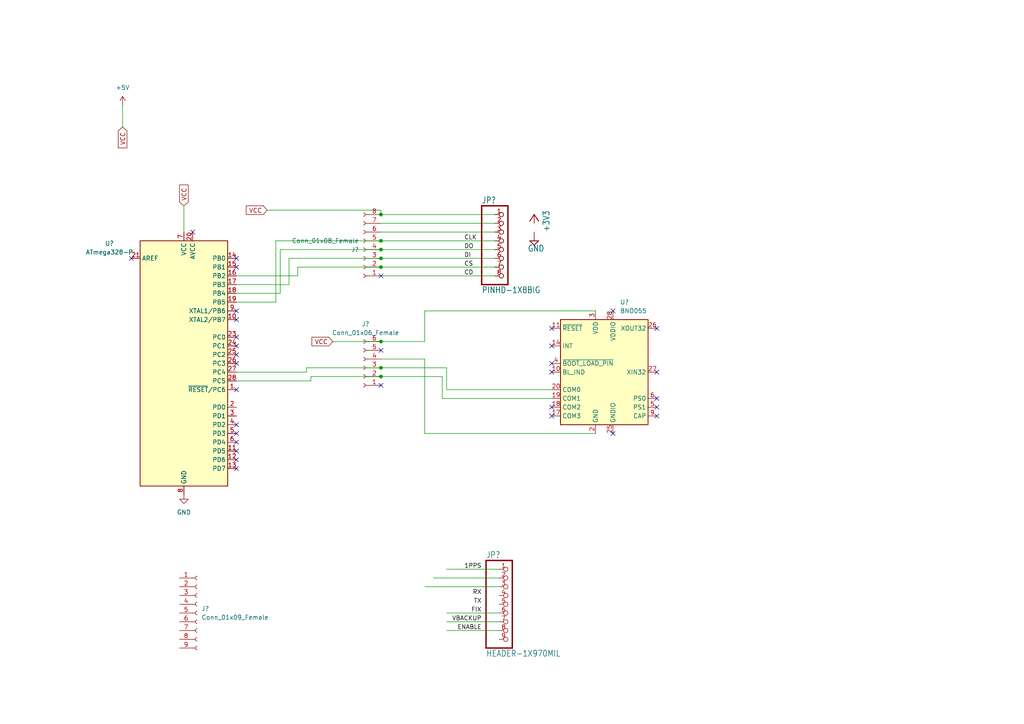
<source format=kicad_sch>
(kicad_sch (version 20211123) (generator eeschema)
  (paper "A4")
  (lib_symbols
    (symbol "Adafruit Ultimate GPS-eagle-import:HEADER-1X970MIL"
      (property "Reference" "JP" (at -6.35 13.335 0))
      (property "Value" "HEADER-1X970MIL" (at -6.35 -15.24 0))
      (symbol "HEADER-1X970MIL_1_0"
        (polyline (pts (xy -6.35 -12.7) (xy 1.27 -12.7)) (stroke (width 0.4064)))
        (polyline (pts (xy -6.35 12.7) (xy -6.35 -12.7)) (stroke (width 0.4064)))
        (polyline (pts (xy 1.27 -12.7) (xy 1.27 12.7)) (stroke (width 0.4064)))
        (polyline (pts (xy 1.27 12.7) (xy -6.35 12.7)) (stroke (width 0.4064)))
        (pin passive inverted (at -2.54 10.16 0) (length 2.54) (name "1") (number "1"))
        (pin passive inverted (at -2.54 7.62 0) (length 2.54) (name "2") (number "2"))
        (pin passive inverted (at -2.54 5.08 0) (length 2.54) (name "3") (number "3"))
        (pin passive inverted (at -2.54 2.54 0) (length 2.54) (name "4") (number "4"))
        (pin passive inverted (at -2.54 0 0) (length 2.54) (name "5") (number "5"))
        (pin passive inverted (at -2.54 -2.54 0) (length 2.54) (name "6") (number "6"))
        (pin passive inverted (at -2.54 -5.08 0) (length 2.54) (name "7") (number "7"))
        (pin passive inverted (at -2.54 -7.62 0) (length 2.54) (name "8") (number "8"))
        (pin passive inverted (at -2.54 -10.16 0) (length 2.54) (name "9") (number "9"))
      )
    )
    (symbol "Connector:Conn_01x06_Female" (pin_names (offset 1.016) hide)
      (property "Reference" "J" (at 0 7.62 0))
      (property "Value" "Conn_01x06_Female" (at 0 -10.16 0))
      (symbol "Conn_01x06_Female_1_1"
        (arc (start 0 -7.112) (mid -0.508 -7.62) (end 0 -8.128) (stroke (width 0.1524)))
        (arc (start 0 -4.572) (mid -0.508 -5.08) (end 0 -5.588) (stroke (width 0.1524)))
        (arc (start 0 -2.032) (mid -0.508 -2.54) (end 0 -3.048) (stroke (width 0.1524)))
        (polyline (pts (xy -1.27 -7.62) (xy -0.508 -7.62)) (stroke (width 0.1524)))
        (polyline (pts (xy -1.27 -5.08) (xy -0.508 -5.08)) (stroke (width 0.1524)))
        (polyline (pts (xy -1.27 -2.54) (xy -0.508 -2.54)) (stroke (width 0.1524)))
        (polyline (pts (xy -1.27 0) (xy -0.508 0)) (stroke (width 0.1524)))
        (polyline (pts (xy -1.27 2.54) (xy -0.508 2.54)) (stroke (width 0.1524)))
        (polyline (pts (xy -1.27 5.08) (xy -0.508 5.08)) (stroke (width 0.1524)))
        (arc (start 0 0.508) (mid -0.508 0) (end 0 -0.508) (stroke (width 0.1524)))
        (arc (start 0 3.048) (mid -0.508 2.54) (end 0 2.032) (stroke (width 0.1524)))
        (arc (start 0 5.588) (mid -0.508 5.08) (end 0 4.572) (stroke (width 0.1524)))
        (pin passive line (at -5.08 5.08 0) (length 3.81) (name "Pin_1") (number "1"))
        (pin passive line (at -5.08 2.54 0) (length 3.81) (name "Pin_2") (number "2"))
        (pin passive line (at -5.08 0 0) (length 3.81) (name "Pin_3") (number "3"))
        (pin passive line (at -5.08 -2.54 0) (length 3.81) (name "Pin_4") (number "4"))
        (pin passive line (at -5.08 -5.08 0) (length 3.81) (name "Pin_5") (number "5"))
        (pin passive line (at -5.08 -7.62 0) (length 3.81) (name "Pin_6") (number "6"))
      )
    )
    (symbol "Connector:Conn_01x08_Female" (pin_names (offset 1.016) hide)
      (property "Reference" "J" (at 0 10.16 0))
      (property "Value" "Conn_01x08_Female" (at 0 -12.7 0))
      (symbol "Conn_01x08_Female_1_1"
        (arc (start 0 -9.652) (mid -0.508 -10.16) (end 0 -10.668) (stroke (width 0.1524)))
        (arc (start 0 -7.112) (mid -0.508 -7.62) (end 0 -8.128) (stroke (width 0.1524)))
        (arc (start 0 -4.572) (mid -0.508 -5.08) (end 0 -5.588) (stroke (width 0.1524)))
        (arc (start 0 -2.032) (mid -0.508 -2.54) (end 0 -3.048) (stroke (width 0.1524)))
        (polyline (pts (xy -1.27 -10.16) (xy -0.508 -10.16)) (stroke (width 0.1524)))
        (polyline (pts (xy -1.27 -7.62) (xy -0.508 -7.62)) (stroke (width 0.1524)))
        (polyline (pts (xy -1.27 -5.08) (xy -0.508 -5.08)) (stroke (width 0.1524)))
        (polyline (pts (xy -1.27 -2.54) (xy -0.508 -2.54)) (stroke (width 0.1524)))
        (polyline (pts (xy -1.27 0) (xy -0.508 0)) (stroke (width 0.1524)))
        (polyline (pts (xy -1.27 2.54) (xy -0.508 2.54)) (stroke (width 0.1524)))
        (polyline (pts (xy -1.27 5.08) (xy -0.508 5.08)) (stroke (width 0.1524)))
        (polyline (pts (xy -1.27 7.62) (xy -0.508 7.62)) (stroke (width 0.1524)))
        (arc (start 0 0.508) (mid -0.508 0) (end 0 -0.508) (stroke (width 0.1524)))
        (arc (start 0 3.048) (mid -0.508 2.54) (end 0 2.032) (stroke (width 0.1524)))
        (arc (start 0 5.588) (mid -0.508 5.08) (end 0 4.572) (stroke (width 0.1524)))
        (arc (start 0 8.128) (mid -0.508 7.62) (end 0 7.112) (stroke (width 0.1524)))
        (pin passive line (at -5.08 7.62 0) (length 3.81) (name "Pin_1") (number "1"))
        (pin passive line (at -5.08 5.08 0) (length 3.81) (name "Pin_2") (number "2"))
        (pin passive line (at -5.08 2.54 0) (length 3.81) (name "Pin_3") (number "3"))
        (pin passive line (at -5.08 0 0) (length 3.81) (name "Pin_4") (number "4"))
        (pin passive line (at -5.08 -2.54 0) (length 3.81) (name "Pin_5") (number "5"))
        (pin passive line (at -5.08 -5.08 0) (length 3.81) (name "Pin_6") (number "6"))
        (pin passive line (at -5.08 -7.62 0) (length 3.81) (name "Pin_7") (number "7"))
        (pin passive line (at -5.08 -10.16 0) (length 3.81) (name "Pin_8") (number "8"))
      )
    )
    (symbol "Connector:Conn_01x09_Female" (pin_names (offset 1.016) hide)
      (property "Reference" "J" (at 0 12.7 0))
      (property "Value" "Conn_01x09_Female" (at 0 -12.7 0))
      (symbol "Conn_01x09_Female_1_1"
        (arc (start 0 -9.652) (mid -0.508 -10.16) (end 0 -10.668) (stroke (width 0.1524)))
        (arc (start 0 -7.112) (mid -0.508 -7.62) (end 0 -8.128) (stroke (width 0.1524)))
        (arc (start 0 -4.572) (mid -0.508 -5.08) (end 0 -5.588) (stroke (width 0.1524)))
        (arc (start 0 -2.032) (mid -0.508 -2.54) (end 0 -3.048) (stroke (width 0.1524)))
        (polyline (pts (xy -1.27 -10.16) (xy -0.508 -10.16)) (stroke (width 0.1524)))
        (polyline (pts (xy -1.27 -7.62) (xy -0.508 -7.62)) (stroke (width 0.1524)))
        (polyline (pts (xy -1.27 -5.08) (xy -0.508 -5.08)) (stroke (width 0.1524)))
        (polyline (pts (xy -1.27 -2.54) (xy -0.508 -2.54)) (stroke (width 0.1524)))
        (polyline (pts (xy -1.27 0) (xy -0.508 0)) (stroke (width 0.1524)))
        (polyline (pts (xy -1.27 2.54) (xy -0.508 2.54)) (stroke (width 0.1524)))
        (polyline (pts (xy -1.27 5.08) (xy -0.508 5.08)) (stroke (width 0.1524)))
        (polyline (pts (xy -1.27 7.62) (xy -0.508 7.62)) (stroke (width 0.1524)))
        (polyline (pts (xy -1.27 10.16) (xy -0.508 10.16)) (stroke (width 0.1524)))
        (arc (start 0 0.508) (mid -0.508 0) (end 0 -0.508) (stroke (width 0.1524)))
        (arc (start 0 3.048) (mid -0.508 2.54) (end 0 2.032) (stroke (width 0.1524)))
        (arc (start 0 5.588) (mid -0.508 5.08) (end 0 4.572) (stroke (width 0.1524)))
        (arc (start 0 8.128) (mid -0.508 7.62) (end 0 7.112) (stroke (width 0.1524)))
        (arc (start 0 10.668) (mid -0.508 10.16) (end 0 9.652) (stroke (width 0.1524)))
        (pin passive line (at -5.08 10.16 0) (length 3.81) (name "Pin_1") (number "1"))
        (pin passive line (at -5.08 7.62 0) (length 3.81) (name "Pin_2") (number "2"))
        (pin passive line (at -5.08 5.08 0) (length 3.81) (name "Pin_3") (number "3"))
        (pin passive line (at -5.08 2.54 0) (length 3.81) (name "Pin_4") (number "4"))
        (pin passive line (at -5.08 0 0) (length 3.81) (name "Pin_5") (number "5"))
        (pin passive line (at -5.08 -2.54 0) (length 3.81) (name "Pin_6") (number "6"))
        (pin passive line (at -5.08 -5.08 0) (length 3.81) (name "Pin_7") (number "7"))
        (pin passive line (at -5.08 -7.62 0) (length 3.81) (name "Pin_8") (number "8"))
        (pin passive line (at -5.08 -10.16 0) (length 3.81) (name "Pin_9") (number "9"))
      )
    )
    (symbol "MCU_Microchip_ATmega:ATmega328-P"
      (property "Reference" "U" (at -12.7 36.83 0))
      (property "Value" "ATmega328-P" (at 2.54 -36.83 0))
      (symbol "ATmega328-P_0_1"
        (rectangle (start -12.7 -35.56) (end 12.7 35.56) (stroke (width 0.254)) (fill (type background)))
      )
      (symbol "ATmega328-P_1_1"
        (pin bidirectional line (at 15.24 -7.62 180) (length 2.54) (name "~{RESET}/PC6") (number "1"))
        (pin bidirectional line (at 15.24 12.7 180) (length 2.54) (name "XTAL2/PB7") (number "10"))
        (pin bidirectional line (at 15.24 -25.4 180) (length 2.54) (name "PD5") (number "11"))
        (pin bidirectional line (at 15.24 -27.94 180) (length 2.54) (name "PD6") (number "12"))
        (pin bidirectional line (at 15.24 -30.48 180) (length 2.54) (name "PD7") (number "13"))
        (pin bidirectional line (at 15.24 30.48 180) (length 2.54) (name "PB0") (number "14"))
        (pin bidirectional line (at 15.24 27.94 180) (length 2.54) (name "PB1") (number "15"))
        (pin bidirectional line (at 15.24 25.4 180) (length 2.54) (name "PB2") (number "16"))
        (pin bidirectional line (at 15.24 22.86 180) (length 2.54) (name "PB3") (number "17"))
        (pin bidirectional line (at 15.24 20.32 180) (length 2.54) (name "PB4") (number "18"))
        (pin bidirectional line (at 15.24 17.78 180) (length 2.54) (name "PB5") (number "19"))
        (pin bidirectional line (at 15.24 -12.7 180) (length 2.54) (name "PD0") (number "2"))
        (pin power_in line (at 2.54 38.1 270) (length 2.54) (name "AVCC") (number "20"))
        (pin passive line (at -15.24 30.48 0) (length 2.54) (name "AREF") (number "21"))
        (pin passive line (at 0 -38.1 90) (length 2.54) hide (name "GND") (number "22"))
        (pin bidirectional line (at 15.24 7.62 180) (length 2.54) (name "PC0") (number "23"))
        (pin bidirectional line (at 15.24 5.08 180) (length 2.54) (name "PC1") (number "24"))
        (pin bidirectional line (at 15.24 2.54 180) (length 2.54) (name "PC2") (number "25"))
        (pin bidirectional line (at 15.24 0 180) (length 2.54) (name "PC3") (number "26"))
        (pin bidirectional line (at 15.24 -2.54 180) (length 2.54) (name "PC4") (number "27"))
        (pin bidirectional line (at 15.24 -5.08 180) (length 2.54) (name "PC5") (number "28"))
        (pin bidirectional line (at 15.24 -15.24 180) (length 2.54) (name "PD1") (number "3"))
        (pin bidirectional line (at 15.24 -17.78 180) (length 2.54) (name "PD2") (number "4"))
        (pin bidirectional line (at 15.24 -20.32 180) (length 2.54) (name "PD3") (number "5"))
        (pin bidirectional line (at 15.24 -22.86 180) (length 2.54) (name "PD4") (number "6"))
        (pin power_in line (at 0 38.1 270) (length 2.54) (name "VCC") (number "7"))
        (pin power_in line (at 0 -38.1 90) (length 2.54) (name "GND") (number "8"))
        (pin bidirectional line (at 15.24 15.24 180) (length 2.54) (name "XTAL1/PB6") (number "9"))
      )
    )
    (symbol "Sensor_Motion:BNO055"
      (property "Reference" "U" (at -11.43 16.51 0))
      (property "Value" "BNO055" (at 12.7 16.51 0))
      (symbol "BNO055_0_1"
        (rectangle (start -12.7 15.24) (end 12.7 -15.24) (stroke (width 0.254)) (fill (type background)))
      )
      (symbol "BNO055_1_1"
        (pin no_connect line (at -12.7 10.16 0) (length 2.54) hide (name "PIN1") (number "1"))
        (pin output line (at -15.24 0 0) (length 2.54) (name "BL_IND") (number "10"))
        (pin input line (at -15.24 12.7 0) (length 2.54) (name "~{RESET}") (number "11"))
        (pin no_connect line (at 12.7 10.16 180) (length 2.54) hide (name "PIN12") (number "12"))
        (pin no_connect line (at 12.7 7.62 180) (length 2.54) hide (name "PIN13") (number "13"))
        (pin output line (at -15.24 7.62 0) (length 2.54) (name "INT") (number "14"))
        (pin passive line (at 2.54 -17.78 90) (length 2.54) hide (name "GNDIO") (number "15"))
        (pin passive line (at 2.54 -17.78 90) (length 2.54) hide (name "GNDIO") (number "16"))
        (pin input line (at -15.24 -12.7 0) (length 2.54) (name "COM3") (number "17"))
        (pin bidirectional line (at -15.24 -10.16 0) (length 2.54) (name "COM2") (number "18"))
        (pin bidirectional line (at -15.24 -7.62 0) (length 2.54) (name "COM1") (number "19"))
        (pin power_in line (at -2.54 -17.78 90) (length 2.54) (name "GND") (number "2"))
        (pin bidirectional line (at -15.24 -5.08 0) (length 2.54) (name "COM0") (number "20"))
        (pin no_connect line (at 12.7 5.08 180) (length 2.54) hide (name "PIN21") (number "21"))
        (pin no_connect line (at 12.7 2.54 180) (length 2.54) hide (name "PIN22") (number "22"))
        (pin no_connect line (at 12.7 -2.54 180) (length 2.54) hide (name "PIN23") (number "23"))
        (pin no_connect line (at 12.7 -5.08 180) (length 2.54) hide (name "PIN24") (number "24"))
        (pin power_in line (at 2.54 -17.78 90) (length 2.54) (name "GNDIO") (number "25"))
        (pin output line (at 15.24 12.7 180) (length 2.54) (name "XOUT32") (number "26"))
        (pin input line (at 15.24 0 180) (length 2.54) (name "XIN32") (number "27"))
        (pin power_in line (at 2.54 17.78 270) (length 2.54) (name "VDDIO") (number "28"))
        (pin power_in line (at -2.54 17.78 270) (length 2.54) (name "VDD") (number "3"))
        (pin input line (at -15.24 2.54 0) (length 2.54) (name "~{BOOT_LOAD_PIN}") (number "4"))
        (pin input line (at 15.24 -10.16 180) (length 2.54) (name "PS1") (number "5"))
        (pin input line (at 15.24 -7.62 180) (length 2.54) (name "PS0") (number "6"))
        (pin no_connect line (at -12.7 5.08 0) (length 2.54) hide (name "PIN7") (number "7"))
        (pin no_connect line (at -12.7 -2.54 0) (length 2.54) hide (name "PIN8") (number "8"))
        (pin passive line (at 15.24 -12.7 180) (length 2.54) (name "CAP") (number "9"))
      )
    )
    (symbol "microsd-eagle-import:+3V3" (power)
      (property "Value" "+3V3" (at -2.54 -5.08 90))
      (symbol "+3V3_1_0"
        (polyline (pts (xy 0 0) (xy -1.27 -1.905)) (stroke (width 0.254)))
        (polyline (pts (xy 1.27 -1.905) (xy 0 0)) (stroke (width 0.254)))
        (pin power_in line (at 0 -2.54 90) (length 2.54) (name "+3V3") (number "1"))
      )
    )
    (symbol "microsd-eagle-import:GND" (power)
      (property "Value" "GND" (at -1.905 -3.175 0))
      (symbol "GND_1_0"
        (polyline (pts (xy -1.27 0) (xy 1.27 0)) (stroke (width 0.254)))
        (polyline (pts (xy 0 -1.27) (xy -1.27 0)) (stroke (width 0.254)))
        (polyline (pts (xy 1.27 0) (xy 0 -1.27)) (stroke (width 0.254)))
        (pin power_in line (at 0 2.54 270) (length 2.54) (name "GND") (number "1"))
      )
    )
    (symbol "microsd-eagle-import:PINHD-1X8BIG"
      (property "Reference" "JP" (at -6.35 10.795 0))
      (property "Value" "PINHD-1X8BIG" (at -6.35 -15.24 0))
      (symbol "PINHD-1X8BIG_1_0"
        (polyline (pts (xy -6.35 -12.7) (xy 1.27 -12.7)) (stroke (width 0.4064)))
        (polyline (pts (xy -6.35 10.16) (xy -6.35 -12.7)) (stroke (width 0.4064)))
        (polyline (pts (xy 1.27 -12.7) (xy 1.27 10.16)) (stroke (width 0.4064)))
        (polyline (pts (xy 1.27 10.16) (xy -6.35 10.16)) (stroke (width 0.4064)))
        (pin passive inverted (at -2.54 7.62 0) (length 2.54) (name "1") (number "1"))
        (pin passive inverted (at -2.54 5.08 0) (length 2.54) (name "2") (number "2"))
        (pin passive inverted (at -2.54 2.54 0) (length 2.54) (name "3") (number "3"))
        (pin passive inverted (at -2.54 0 0) (length 2.54) (name "4") (number "4"))
        (pin passive inverted (at -2.54 -2.54 0) (length 2.54) (name "5") (number "5"))
        (pin passive inverted (at -2.54 -5.08 0) (length 2.54) (name "6") (number "6"))
        (pin passive inverted (at -2.54 -7.62 0) (length 2.54) (name "7") (number "7"))
        (pin passive inverted (at -2.54 -10.16 0) (length 2.54) (name "8") (number "8"))
      )
    )
    (symbol "power:+5V" (power) (pin_names (offset 0))
      (property "Value" "+5V" (at 0 3.556 0))
      (symbol "+5V_0_1"
        (polyline (pts (xy -0.762 1.27) (xy 0 2.54)))
        (polyline (pts (xy 0 0) (xy 0 2.54)))
        (polyline (pts (xy 0 2.54) (xy 0.762 1.27)))
      )
      (symbol "+5V_1_1"
        (pin power_in line (at 0 0 90) (length 0) hide (name "+5V") (number "1"))
      )
    )
    (symbol "power:GND" (power) (pin_names (offset 0))
      (property "Value" "GND" (at 0 -3.81 0))
      (symbol "GND_0_1"
        (polyline (pts (xy 0 0) (xy 0 -1.27) (xy 1.27 -1.27) (xy 0 -2.54) (xy -1.27 -1.27) (xy 0 -1.27)))
      )
      (symbol "GND_1_1"
        (pin power_in line (at 0 0 270) (length 0) hide (name "GND") (number "1"))
      )
    )
  )
  (junction (at 110.49 77.47))
  (junction (at 110.49 62.23))
  (junction (at 110.49 72.39))
  (junction (at 110.49 99.06))
  (junction (at 110.49 69.85))
  (junction (at 110.49 106.68))
  (junction (at 110.49 74.93))
  (junction (at 110.49 109.22))
  (no_connect (at 68.58 74.93))
  (no_connect (at 160.02 100.33))
  (no_connect (at 160.02 120.65))
  (no_connect (at 68.58 130.81))
  (no_connect (at 110.49 80.01))
  (no_connect (at 68.58 90.17))
  (no_connect (at 190.5 95.25))
  (no_connect (at 177.8 125.73))
  (no_connect (at 68.58 92.71))
  (no_connect (at 68.58 125.73))
  (no_connect (at 110.49 111.76))
  (no_connect (at 68.58 100.33))
  (no_connect (at 160.02 107.95))
  (no_connect (at 68.58 102.87))
  (no_connect (at 190.5 107.95))
  (no_connect (at 68.58 133.35))
  (no_connect (at 190.5 115.57))
  (no_connect (at 68.58 105.41))
  (no_connect (at 68.58 135.89))
  (no_connect (at 110.49 101.6))
  (no_connect (at 68.58 123.19))
  (no_connect (at 190.5 120.65))
  (no_connect (at 68.58 113.03))
  (no_connect (at 38.1 74.93))
  (no_connect (at 190.5 118.11))
  (no_connect (at 68.58 77.47))
  (no_connect (at 68.58 128.27))
  (no_connect (at 160.02 95.25))
  (no_connect (at 55.88 67.31))
  (no_connect (at 160.02 118.11))
  (no_connect (at 177.8 90.17))
  (no_connect (at 68.58 97.79))
  (no_connect (at 160.02 105.41))
  (wire (pts (xy 90.17 110.49) (xy 90.17 109.22)))
  (wire (pts (xy 81.28 72.39) (xy 110.49 72.39)))
  (wire (pts (xy 53.34 59.69) (xy 53.34 67.31)))
  (wire (pts (xy 144.78 180.34) (xy 129.54 180.34)))
  (wire (pts (xy 172.72 90.17) (xy 123.19 90.17)))
  (wire (pts (xy 90.17 109.22) (xy 110.49 109.22)))
  (wire (pts (xy 110.49 67.31) (xy 143.51 67.31)))
  (wire (pts (xy 68.58 85.09) (xy 81.28 85.09)))
  (wire (pts (xy 123.19 125.73) (xy 172.72 125.73)))
  (wire (pts (xy 128.27 115.57) (xy 128.27 109.22)))
  (wire (pts (xy 110.49 109.22) (xy 128.27 109.22)))
  (wire (pts (xy 68.58 82.55) (xy 83.82 82.55)))
  (wire (pts (xy 81.28 85.09) (xy 81.28 72.39)))
  (wire (pts (xy 129.54 113.03) (xy 129.54 106.68)))
  (wire (pts (xy 110.49 80.01) (xy 143.51 80.01)))
  (wire (pts (xy 160.02 113.03) (xy 129.54 113.03)))
  (wire (pts (xy 110.49 104.14) (xy 123.19 104.14)))
  (wire (pts (xy 83.82 82.55) (xy 83.82 74.93)))
  (wire (pts (xy 110.49 64.77) (xy 143.51 64.77)))
  (wire (pts (xy 144.78 177.8) (xy 129.54 177.8)))
  (wire (pts (xy 144.78 167.64) (xy 125.73 167.64)))
  (wire (pts (xy 144.78 182.88) (xy 129.54 182.88)))
  (wire (pts (xy 123.19 170.18) (xy 144.78 170.18)))
  (wire (pts (xy 110.49 77.47) (xy 143.51 77.47)))
  (wire (pts (xy 68.58 107.95) (xy 88.9 107.95)))
  (wire (pts (xy 88.9 107.95) (xy 88.9 106.68)))
  (wire (pts (xy 110.49 72.39) (xy 143.51 72.39)))
  (wire (pts (xy 110.49 74.93) (xy 143.51 74.93)))
  (wire (pts (xy 129.54 106.68) (xy 110.49 106.68)))
  (wire (pts (xy 77.47 60.96) (xy 110.49 60.96)))
  (wire (pts (xy 80.01 69.85) (xy 110.49 69.85)))
  (wire (pts (xy 123.19 104.14) (xy 123.19 125.73)))
  (wire (pts (xy 86.36 77.47) (xy 110.49 77.47)))
  (wire (pts (xy 160.02 115.57) (xy 128.27 115.57)))
  (wire (pts (xy 123.19 99.06) (xy 110.49 99.06)))
  (wire (pts (xy 35.56 36.83) (xy 35.56 30.48)))
  (wire (pts (xy 88.9 106.68) (xy 110.49 106.68)))
  (wire (pts (xy 144.78 165.1) (xy 129.54 165.1)))
  (wire (pts (xy 110.49 62.23) (xy 143.51 62.23)))
  (wire (pts (xy 68.58 110.49) (xy 90.17 110.49)))
  (wire (pts (xy 123.19 90.17) (xy 123.19 99.06)))
  (wire (pts (xy 110.49 60.96) (xy 110.49 62.23)))
  (wire (pts (xy 68.58 80.01) (xy 86.36 80.01)))
  (wire (pts (xy 86.36 80.01) (xy 86.36 77.47)))
  (wire (pts (xy 80.01 87.63) (xy 80.01 69.85)))
  (wire (pts (xy 110.49 69.85) (xy 143.51 69.85)))
  (wire (pts (xy 83.82 74.93) (xy 110.49 74.93)))
  (wire (pts (xy 68.58 87.63) (xy 80.01 87.63)))
  (wire (pts (xy 96.52 99.06) (xy 110.49 99.06)))
  (label "DI" (at 134.62 74.93 0) (effects (font (size 1.2446 1.2446))))
  (label "1PPS" (at 139.7 165.1 180) (effects (font (size 1.2446 1.2446))))
  (label "TX" (at 139.7 175.26 180) (effects (font (size 1.2446 1.2446))))
  (label "VBACKUP" (at 139.7 180.34 180) (effects (font (size 1.2446 1.2446))))
  (label "ENABLE" (at 139.7 182.88 180) (effects (font (size 1.2446 1.2446))))
  (label "CD" (at 134.62 80.01 0) (effects (font (size 1.2446 1.2446))))
  (label "DO" (at 134.62 72.39 0) (effects (font (size 1.2446 1.2446))))
  (label "CS" (at 134.62 77.47 0) (effects (font (size 1.2446 1.2446))))
  (label "CLK" (at 134.62 69.85 0) (effects (font (size 1.2446 1.2446))))
  (label "RX" (at 139.7 172.72 180) (effects (font (size 1.2446 1.2446))))
  (label "FIX" (at 139.7 177.8 180) (effects (font (size 1.2446 1.2446))))
  (global_label "VCC" (shape input) (at 96.52 99.06 180) (property "Intersheet References" "${INTERSHEET_REFS}" (effects hide)))
  (global_label "VCC" (shape input) (at 35.56 36.83 270) (property "Intersheet References" "${INTERSHEET_REFS}" (effects hide)))
  (global_label "VCC" (shape input) (at 77.47 60.96 180) (property "Intersheet References" "${INTERSHEET_REFS}" (effects hide)))
  (global_label "VCC" (shape input) (at 53.34 59.69 90) (property "Intersheet References" "${INTERSHEET_REFS}" (effects hide)))
  (symbol (lib_id "microsd-eagle-import:PINHD-1X8BIG") (at 146.05 69.85 0) (unit 1)
    (property "Reference" "JP?" (at 139.7 59.055 0) (effects (font (size 1.778 1.5113)) (justify left bottom)))
    (property "Value" "PINHD-1X8BIG" (at 139.7 85.09 0) (effects (font (size 1.778 1.5113)) (justify left bottom)))
    (property "Footprint" "microsd:1X08-BIG" (effects hide))
  )
  (symbol (lib_id "MCU_Microchip_ATmega:ATmega328-P") (at 53.34 105.41 0) (unit 1)
    (property "Reference" "U?" (at 31.75 70.5993 0))
    (property "Value" "ATmega328-P" (at 31.75 73.1393 0))
    (property "Footprint" "Package_DIP:DIP-28_W7.62mm" (effects hide))
    (property "Datasheet" "http://ww1.microchip.com/downloads/en/DeviceDoc/ATmega328_P%20AVR%20MCU%20with%20picoPower%20Technology%20Data%20Sheet%2040001984A.pdf" (effects hide))
  )
  (symbol (lib_id "Sensor_Motion:BNO055") (at 175.26 107.95 0) (unit 1)
    (property "Reference" "U?" (at 179.8194 87.63 0) (effects (justify left)))
    (property "Value" "BNO055" (at 179.8194 90.17 0) (effects (justify left)))
    (property "Footprint" "Package_LGA:LGA-28_5.2x3.8mm_P0.5mm" (effects hide))
    (property "Datasheet" "https://ae-bst.resource.bosch.com/media/_tech/media/datasheets/BST_BNO055_DS000_14.pdf" (effects hide))
  )
  (symbol (lib_id "microsd-eagle-import:GND") (at 154.94 69.85 0) (unit 1)
    (property "Reference" "#SUPPLY0101" (effects hide))
    (property "Value" "GND" (at 153.035 73.025 0) (effects (font (size 1.778 1.5113)) (justify left bottom)))
    (property "Footprint" "microsd:" (effects hide))
  )
  (symbol (lib_id "Connector:Conn_01x06_Female") (at 105.41 106.68 180) (unit 1)
    (property "Reference" "J?" (at 106.045 93.98 0))
    (property "Value" "Conn_01x06_Female" (at 106.045 96.52 0))
  )
  (symbol (lib_id "power:+5V") (at 35.56 30.48 0) (unit 1)
    (property "Reference" "#PWR0101" (effects hide))
    (property "Value" "+5V" (at 35.56 25.4 0))
  )
  (symbol (lib_id "Adafruit Ultimate GPS-eagle-import:HEADER-1X970MIL") (at 147.32 175.26 0) (unit 1)
    (property "Reference" "JP?" (at 140.97 161.925 0) (effects (font (size 1.778 1.5113)) (justify left bottom)))
    (property "Value" "HEADER-1X970MIL" (at 140.97 190.5 0) (effects (font (size 1.778 1.5113)) (justify left bottom)))
    (property "Footprint" "Adafruit Ultimate GPS:1X09_ROUND_70" (effects hide))
  )
  (symbol (lib_id "power:GND") (at 53.34 143.51 0) (unit 1)
    (property "Reference" "#PWR0103" (effects hide))
    (property "Value" "GND" (at 53.34 148.59 0))
  )
  (symbol (lib_id "microsd-eagle-import:+3V3") (at 154.94 62.23 0) (mirror y) (unit 1)
    (property "Reference" "#+3V0101" (effects hide))
    (property "Value" "+3V3" (at 157.48 67.31 90) (effects (font (size 1.778 1.5113)) (justify left bottom)))
    (property "Footprint" "microsd:" (effects hide))
  )
  (symbol (lib_id "Connector:Conn_01x08_Female") (at 105.41 72.39 180) (unit 1)
    (property "Reference" "J?" (at 104.14 72.3901 0) (effects (justify left)))
    (property "Value" "Conn_01x08_Female" (at 104.14 69.8501 0) (effects (justify left)))
  )
  (symbol (lib_id "Connector:Conn_01x09_Female") (at 57.15 177.8 0) (unit 1)
    (property "Reference" "J?" (at 58.42 176.5299 0) (effects (justify left)))
    (property "Value" "Conn_01x09_Female" (at 58.42 179.0699 0) (effects (justify left)))
  )
)
</source>
